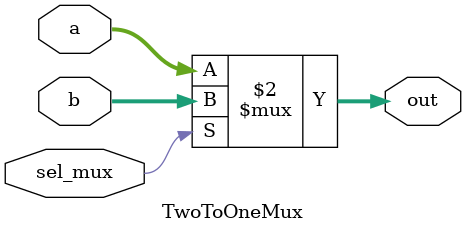
<source format=sv>
`timescale 1ns / 1ps
 
module TwoToOneMux(a, b, sel_mux, out);
 
input logic [15:0] a, b;
input logic sel_mux;
output logic [15:0] out;
 
assign out = (sel_mux == 1'b0)? a : b;
 
endmodule

</source>
